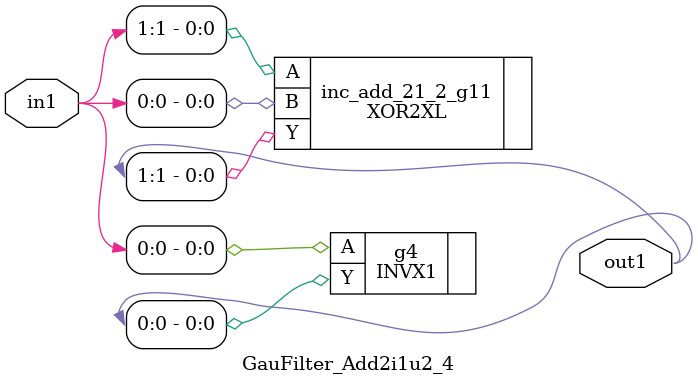
<source format=v>
`timescale 1ps / 1ps


module GauFilter_Add2i1u2_4(in1, out1);
  input [1:0] in1;
  output [1:0] out1;
  wire [1:0] in1;
  wire [1:0] out1;
  INVX1 g4(.A (in1[0]), .Y (out1[0]));
  XOR2XL inc_add_21_2_g11(.A (in1[1]), .B (in1[0]), .Y (out1[1]));
endmodule


</source>
